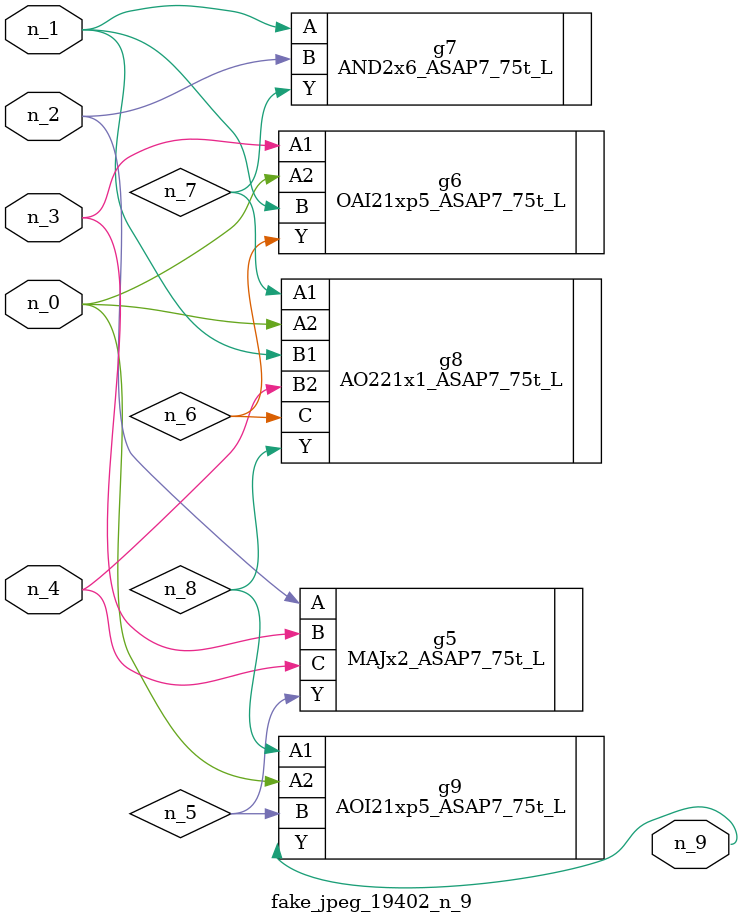
<source format=v>
module fake_jpeg_19402_n_9 (n_3, n_2, n_1, n_0, n_4, n_9);

input n_3;
input n_2;
input n_1;
input n_0;
input n_4;

output n_9;

wire n_8;
wire n_6;
wire n_5;
wire n_7;

MAJx2_ASAP7_75t_L g5 ( 
.A(n_2),
.B(n_3),
.C(n_4),
.Y(n_5)
);

OAI21xp5_ASAP7_75t_L g6 ( 
.A1(n_3),
.A2(n_0),
.B(n_1),
.Y(n_6)
);

AND2x6_ASAP7_75t_L g7 ( 
.A(n_1),
.B(n_2),
.Y(n_7)
);

AO221x1_ASAP7_75t_L g8 ( 
.A1(n_7),
.A2(n_0),
.B1(n_1),
.B2(n_4),
.C(n_6),
.Y(n_8)
);

AOI21xp5_ASAP7_75t_L g9 ( 
.A1(n_8),
.A2(n_0),
.B(n_5),
.Y(n_9)
);


endmodule
</source>
